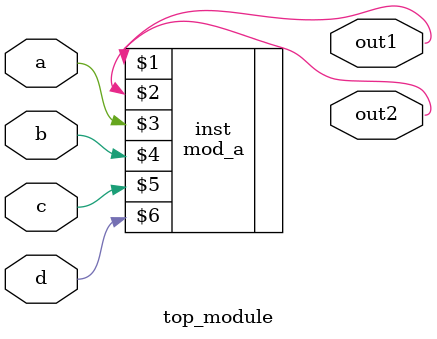
<source format=v>
module top_module ( 
    input a, 
    input b, 
    input c,
    input d,
    output out1,
    output out2
);
    //By position
    mod_a inst ( out1, out2, a, b, c, d );
endmodule

</source>
